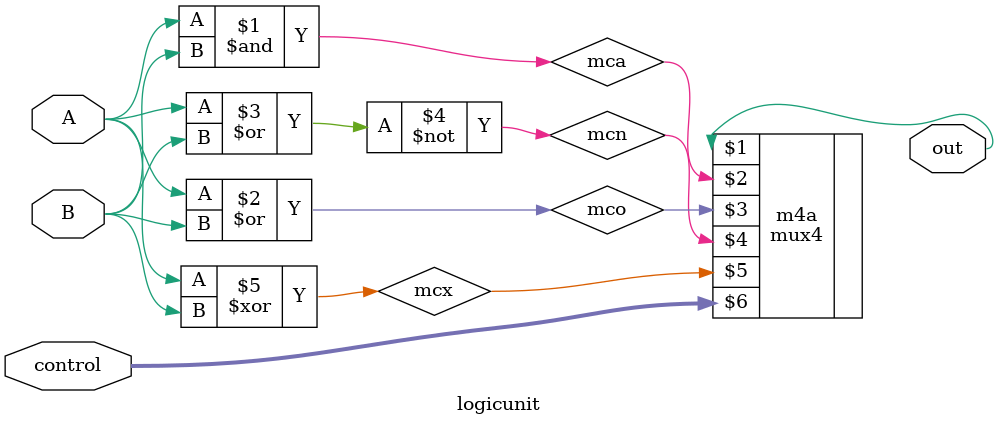
<source format=v>
module logicunit(out, A, B, control);
    output      out;
    input       A, B;
    input [1:0] control;
    wire		mca, mco, mcn, mcx;

    and a1(mca, A, B);
    or o1(mco, A, B);
    nor n1(mcn, A, B);
    xor x1(mcx, A, B);

    mux4 m4a(out, mca, mco, mcn, mcx, control);

endmodule // logicunit

</source>
